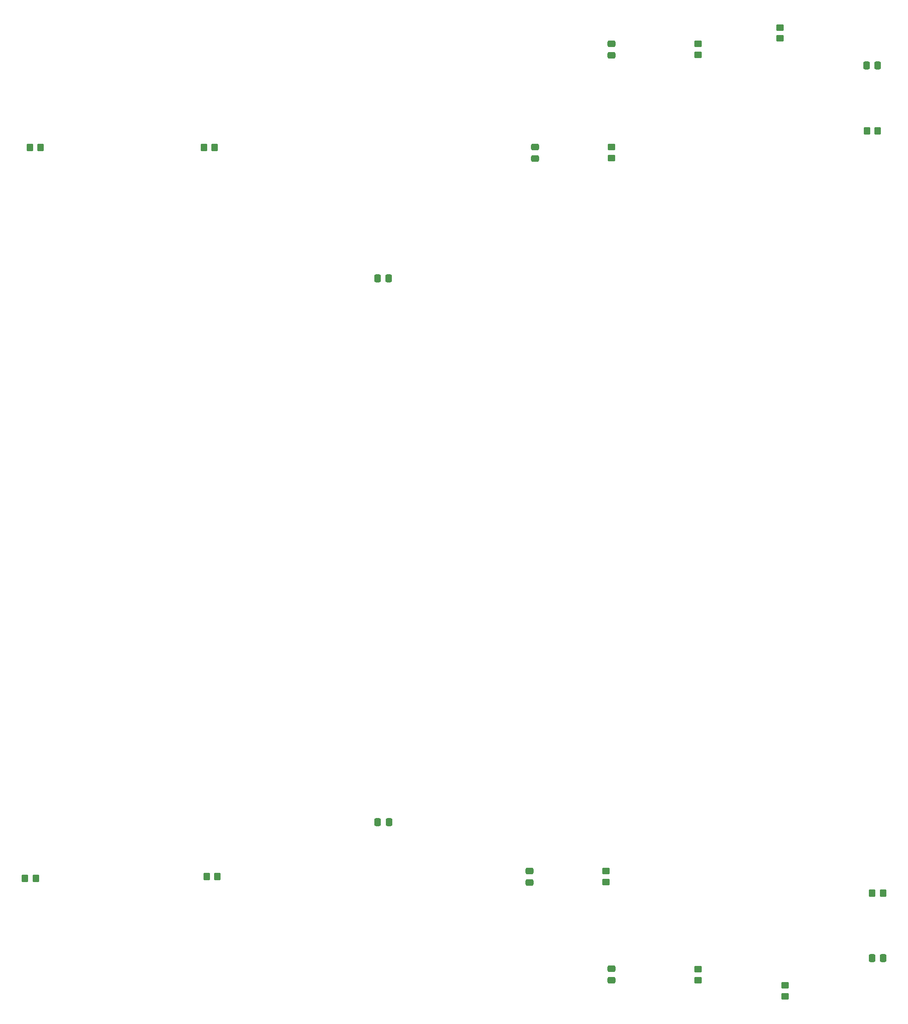
<source format=gtp>
G04 #@! TF.GenerationSoftware,KiCad,Pcbnew,8.0.6*
G04 #@! TF.CreationDate,2025-08-21T09:53:28+02:00*
G04 #@! TF.ProjectId,OpAmpDevBoardProject,4f70416d-7044-4657-9642-6f6172645072,rev?*
G04 #@! TF.SameCoordinates,Original*
G04 #@! TF.FileFunction,Paste,Top*
G04 #@! TF.FilePolarity,Positive*
%FSLAX46Y46*%
G04 Gerber Fmt 4.6, Leading zero omitted, Abs format (unit mm)*
G04 Created by KiCad (PCBNEW 8.0.6) date 2025-08-21 09:53:28*
%MOMM*%
%LPD*%
G01*
G04 APERTURE LIST*
G04 Aperture macros list*
%AMRoundRect*
0 Rectangle with rounded corners*
0 $1 Rounding radius*
0 $2 $3 $4 $5 $6 $7 $8 $9 X,Y pos of 4 corners*
0 Add a 4 corners polygon primitive as box body*
4,1,4,$2,$3,$4,$5,$6,$7,$8,$9,$2,$3,0*
0 Add four circle primitives for the rounded corners*
1,1,$1+$1,$2,$3*
1,1,$1+$1,$4,$5*
1,1,$1+$1,$6,$7*
1,1,$1+$1,$8,$9*
0 Add four rect primitives between the rounded corners*
20,1,$1+$1,$2,$3,$4,$5,0*
20,1,$1+$1,$4,$5,$6,$7,0*
20,1,$1+$1,$6,$7,$8,$9,0*
20,1,$1+$1,$8,$9,$2,$3,0*%
G04 Aperture macros list end*
%ADD10RoundRect,0.250000X0.337500X0.475000X-0.337500X0.475000X-0.337500X-0.475000X0.337500X-0.475000X0*%
%ADD11RoundRect,0.250000X-0.450000X0.350000X-0.450000X-0.350000X0.450000X-0.350000X0.450000X0.350000X0*%
%ADD12RoundRect,0.250000X-0.350000X-0.450000X0.350000X-0.450000X0.350000X0.450000X-0.350000X0.450000X0*%
%ADD13RoundRect,0.250000X-0.475000X0.337500X-0.475000X-0.337500X0.475000X-0.337500X0.475000X0.337500X0*%
%ADD14RoundRect,0.250000X0.450000X-0.350000X0.450000X0.350000X-0.450000X0.350000X-0.450000X-0.350000X0*%
%ADD15RoundRect,0.250000X0.475000X-0.337500X0.475000X0.337500X-0.475000X0.337500X-0.475000X-0.337500X0*%
%ADD16RoundRect,0.250000X0.350000X0.450000X-0.350000X0.450000X-0.350000X-0.450000X0.350000X-0.450000X0*%
G04 APERTURE END LIST*
D10*
X156080000Y-109050000D03*
X154005000Y-109050000D03*
D11*
X197000000Y-85000000D03*
X197000000Y-87000000D03*
D12*
X90080000Y-85050000D03*
X92080000Y-85050000D03*
D10*
X247000000Y-234000000D03*
X244925000Y-234000000D03*
D12*
X122080000Y-85050000D03*
X124080000Y-85050000D03*
D10*
X246000000Y-70000000D03*
X243925000Y-70000000D03*
D13*
X197000000Y-235925000D03*
X197000000Y-238000000D03*
D11*
X213000000Y-66000000D03*
X213000000Y-68000000D03*
X213000000Y-236000000D03*
X213000000Y-238000000D03*
D14*
X196000000Y-220000000D03*
X196000000Y-218000000D03*
D10*
X156117500Y-209000000D03*
X154042500Y-209000000D03*
D15*
X182000000Y-220075000D03*
X182000000Y-218000000D03*
D12*
X122580000Y-219000000D03*
X124580000Y-219000000D03*
D16*
X247000000Y-222000000D03*
X245000000Y-222000000D03*
D15*
X197000000Y-68075000D03*
X197000000Y-66000000D03*
D16*
X246000000Y-82000000D03*
X244000000Y-82000000D03*
D13*
X183000000Y-85000000D03*
X183000000Y-87075000D03*
D14*
X229000000Y-241000000D03*
X229000000Y-239000000D03*
D11*
X228000000Y-63000000D03*
X228000000Y-65000000D03*
D12*
X89180000Y-219300000D03*
X91180000Y-219300000D03*
M02*

</source>
